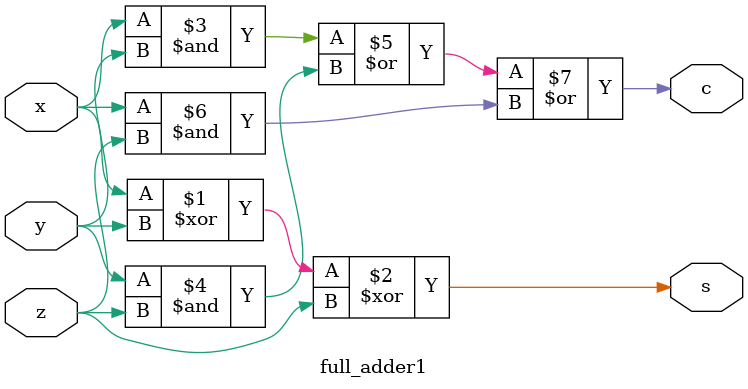
<source format=sv>
module carry_select_adder
(
    input   logic[15:0]     A,
    input   logic[15:0]     B,
    output  logic[15:0]     Sum,
    output  logic           CO
);
    /* TODO
     *
     * Insert code here to implement a carry select.
     * Your code should be completly combinational (don't use always_ff or always_latch).
     * Feel free to create sub-modules or other files. */

    logic Cin, C4, C8, C12;
    assign Cin = 0;

    CRA add1(.A(A[3:0]), .B(B[3:0]), .Cin(Cin), .Sum(Sum[3:0]), .CO(C4) );
    part_CSA part1(.A(A[7:4]), .B(B[7:4]), .Cin(C4), .Sum(Sum[7:4]), .CO(C8) );
    part_CSA part2(.A(A[11:8]), .B(B[11:8]), .Cin(C8), .Sum(Sum[11:8]), .CO(C12) );
    part_CSA part3(.A(A[15:12]), .B(B[15:12]), .Cin(C12), .Sum(Sum[15:12]), .CO(CO) );

     
endmodule

module CRA (
        input   logic[3:0]     A,
        input   logic[3:0]     B,
        input   logic          Cin,
        output  logic[3:0]     Sum,
        output  logic           CO
);
    logic c0, c1, c2;
    full_adder1 FA0 (.x(A[0]), .y(B[0]), .z(Cin), .s(Sum[0]), .c(c0)); 
    full_adder1 FA1 (.x(A[1]), .y(B[1]), .z(c0), .s(Sum[1]), .c(c1)); 
    full_adder1 FA2 (.x(A[2]), .y(B[2]), .z(c1), .s(Sum[2]), .c(c2));
    full_adder1 FA3 (.x(A[3]), .y(B[3]), .z(c2), .s(Sum[3]), .c(CO));
endmodule

module part_CSA
(
    input   logic[3:0]     A,
    input   logic[3:0]     B,
    input   logic          Cin,
    output  logic[3:0]     Sum,
    output  logic           CO
);
    
    logic C0, C1;
	logic [3:0] Sum0, Sum1;

    CRA add0(.A(A), .B(B), .Cin(1'b0), .Sum(Sum0), .CO(C0) );
    CRA add1(.A(A), .B(B), .Cin(1'b1), .Sum(Sum1), .CO(C1) );
	always_comb begin
        if (Cin==1)
				 Sum <= Sum1;
        else
				 Sum <= Sum0;
    end

    assign CO = (Cin & C1) | C0;

endmodule

module full_adder1 (
    input x, y, z, 
    output logic s, c);
    assign s = x^y^z; 
    assign c = (x&y)|(y&z)|(x&z);
endmodule



</source>
